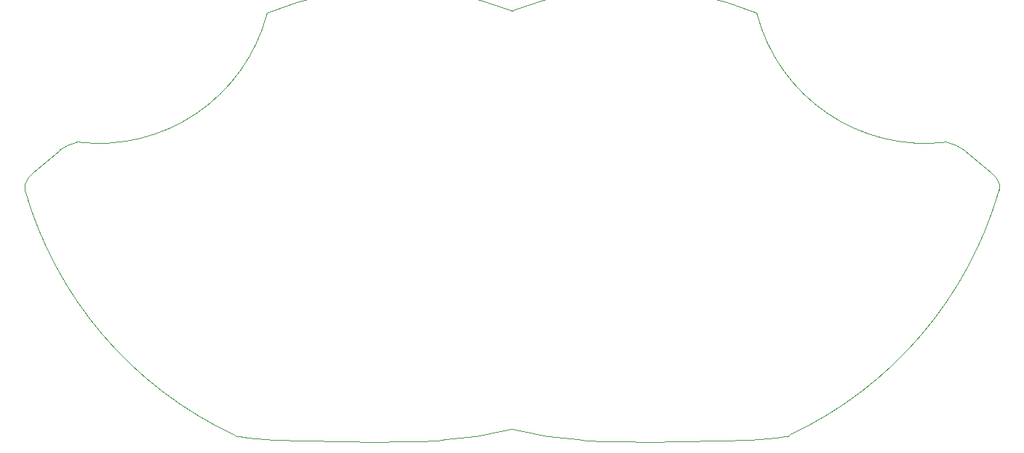
<source format=gbr>
%TF.GenerationSoftware,KiCad,Pcbnew,8.0.1-rc1*%
%TF.CreationDate,2024-12-17T18:21:38-05:00*%
%TF.ProjectId,Projet moustache,50726f6a-6574-4206-9d6f-757374616368,rev?*%
%TF.SameCoordinates,Original*%
%TF.FileFunction,Profile,NP*%
%FSLAX46Y46*%
G04 Gerber Fmt 4.6, Leading zero omitted, Abs format (unit mm)*
G04 Created by KiCad (PCBNEW 8.0.1-rc1) date 2024-12-17 18:21:38*
%MOMM*%
%LPD*%
G01*
G04 APERTURE LIST*
%TA.AperFunction,Profile*%
%ADD10C,0.050000*%
%TD*%
G04 APERTURE END LIST*
D10*
X97390000Y-83300000D02*
X97280000Y-83229999D01*
X153720000Y-83930000D02*
X157410000Y-83800000D01*
X76980348Y-50047639D02*
G75*
G02*
X79062792Y-49095746I3659652J-5252361D01*
G01*
X160370000Y-83600000D02*
X161450000Y-83440000D01*
X73100000Y-53630000D02*
X73370000Y-53210000D01*
X129610000Y-82600000D02*
X129700000Y-82599999D01*
X180248173Y-49103549D02*
G75*
G02*
X158147753Y-34065698I-2484743J20107189D01*
G01*
X161700000Y-83375000D02*
X161920000Y-83300000D01*
X98940000Y-83600000D02*
X97860000Y-83440000D01*
X101162244Y-34065697D02*
G75*
G02*
X129589646Y-33780474I14568016J-35170923D01*
G01*
X73370000Y-53210000D02*
X73690000Y-52870000D01*
X142630000Y-84050000D02*
X145430000Y-84080000D01*
X184970000Y-52290000D02*
X182325465Y-50053648D01*
X101900000Y-83800000D02*
X98940000Y-83600000D01*
X186350000Y-54000000D02*
X186210000Y-53630000D01*
X186210000Y-53630000D02*
X185940000Y-53210000D01*
X129610000Y-82599999D02*
G75*
G02*
X121695822Y-83827190I-9850000J37389899D01*
G01*
X119070000Y-84020000D02*
X116680000Y-84050000D01*
X180248173Y-49103550D02*
G75*
G02*
X182325465Y-50053649I-1578173J-6196450D01*
G01*
X185360000Y-52640000D02*
X184970000Y-52290000D01*
X105590000Y-83930000D02*
X101900000Y-83800000D01*
X186359403Y-54685881D02*
X186400000Y-54370000D01*
X149330000Y-84050000D02*
X153720000Y-83930000D01*
X97280000Y-83229998D02*
G75*
G02*
X72950597Y-54685881I19170000J40979998D01*
G01*
X137614177Y-83827187D02*
X138650000Y-83930000D01*
X72910000Y-54370000D02*
X72960000Y-54000000D01*
X113880000Y-84080000D02*
X109980000Y-84050000D01*
X101139999Y-34120000D02*
G75*
G02*
X79062793Y-49095738I-19593429J5123640D01*
G01*
X72950597Y-54685881D02*
X72910000Y-54370000D01*
X186400000Y-54370000D02*
X186350000Y-54000000D01*
X145430000Y-84080000D02*
X149330000Y-84050000D01*
X137614177Y-83827186D02*
G75*
G02*
X129700000Y-82599999I1935823J38617186D01*
G01*
X97610000Y-83375000D02*
X97860000Y-83440000D01*
X116680000Y-84050000D02*
X113880000Y-84080000D01*
X109980000Y-84050000D02*
X105590000Y-83930000D01*
X129720353Y-33780471D02*
G75*
G02*
X158147757Y-34065694I13859387J-35456149D01*
G01*
X161920000Y-83300000D02*
X162030000Y-83230000D01*
X120660000Y-83930000D02*
X119070000Y-84020000D01*
X186359403Y-54685883D02*
G75*
G02*
X162030000Y-83229999I-43499403J12435883D01*
G01*
X185620000Y-52870000D02*
X185360000Y-52640000D01*
X138650000Y-83930000D02*
X140240000Y-84020000D01*
X121695822Y-83827188D02*
X120660000Y-83930000D01*
X157410000Y-83800000D02*
X160370000Y-83600000D01*
X101162244Y-34065697D02*
X101140000Y-34120000D01*
X185940000Y-53210000D02*
X185620000Y-52870000D01*
X73950000Y-52640000D02*
X74340000Y-52290000D01*
X129589647Y-33780470D02*
X129720353Y-33780470D01*
X97610000Y-83375000D02*
X97390000Y-83300000D01*
X72960000Y-54000000D02*
X73100000Y-53630000D01*
X140240000Y-84020000D02*
X142630000Y-84050000D01*
X161700000Y-83375000D02*
X161450000Y-83440000D01*
X73690000Y-52870000D02*
X73950000Y-52640000D01*
X74340000Y-52290000D02*
X76980347Y-50047638D01*
M02*

</source>
